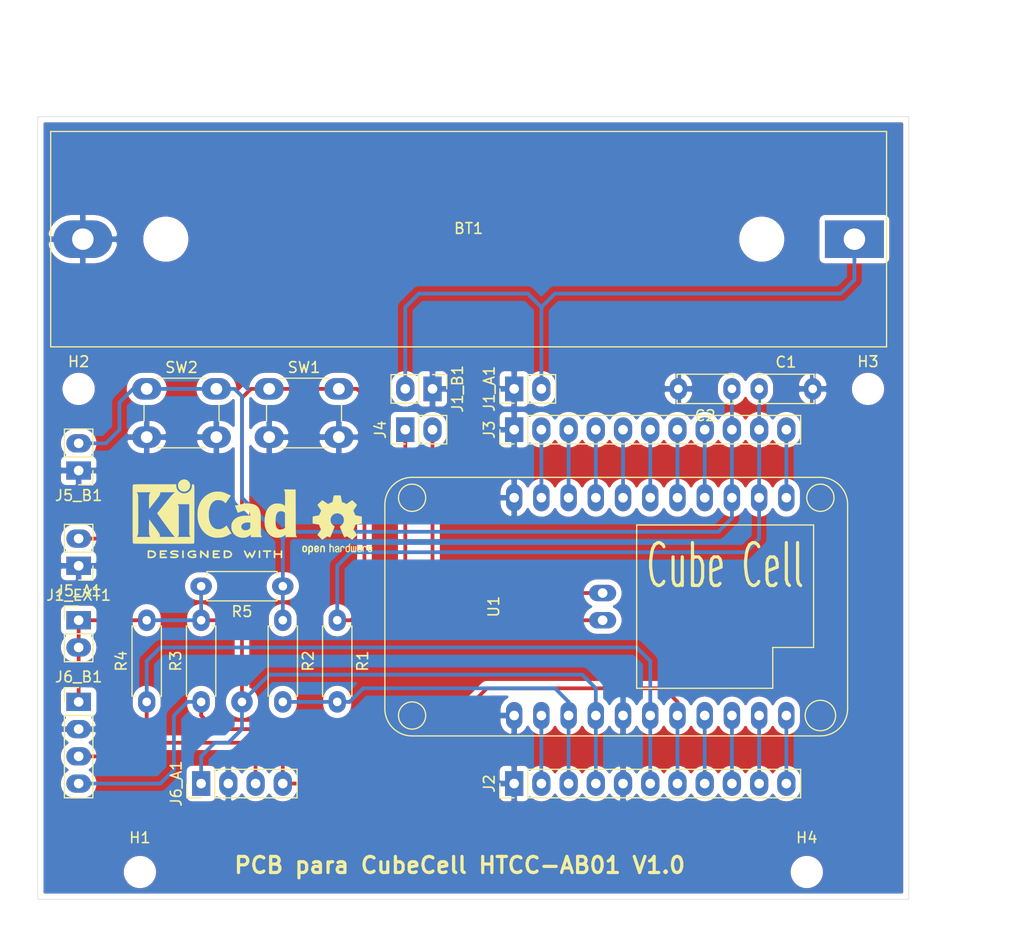
<source format=kicad_pcb>
(kicad_pcb (version 20211014) (generator pcbnew)
  (title_block (title "Placa Adaptadora para CubeCell Board HTCC-AB01 ") (date "2020-04-07") (rev "1.0"))
  (layers (0 "F.Cu" signal) (31 "B.Cu" signal) (34 "B.Paste" user) (35 "F.Paste" user) (36 "B.SilkS" user "B.Silkscreen") (37 "F.SilkS" user "F.Silkscreen") (38 "B.Mask" user) (39 "F.Mask" user) (44 "Edge.Cuts" user))
  (net 0 "")
  (net 1 "+BATT")
  (net 2 "GND")
  (net 3 "/GPIO1")
  (net 4 "Net-(J2-Pad11)")
  (net 5 "Net-(J2-Pad10)")
  (net 6 "Net-(J2-Pad9)")
  (net 7 "Net-(J2-Pad8)")
  (net 8 "/SDA")
  (net 9 "/SCL")
  (net 10 "/VEXT")
  (net 11 "+3V3")
  (net 12 "Net-(J2-Pad2)")
  (net 13 "Net-(J3-Pad2)")
  (net 14 "Net-(J3-Pad3)")
  (net 15 "Net-(J3-Pad4)")
  (net 16 "Net-(J3-Pad5)")
  (net 17 "Net-(J3-Pad6)")
  (net 18 "Net-(J3-Pad7)")
  (net 19 "Net-(J3-Pad8)")
  (net 20 "/GPIO2")
  (net 21 "Net-(J3-Pad11)")
  (net 22 "Net-(J4-Pad2)")
  (net 23 "Net-(J4-Pad1)")
  (footprint "Custom_lib:PinHeader_1x02_P2.54mm_Vertical_custom" (layer "F.Cu") (at 92.71 99.06 180)
    (fp_text reference "J5_B1" (at 0 -2.33) (layer "F.SilkS"))
    (fp_text value "INT2")
    (pad "1" thru_hole rect locked (at 0 0 180) (size 2.3 1.7) (drill 0.9) (layers *.Cu *.Mask) (net 2 "GND"))
    (pad "2" thru_hole oval locked (at 0 2.54 180) (size 2.3 1.7) (drill 0.9) (layers *.Cu *.Mask) (net 20 "/GPIO2"))
  )
  (footprint "Custom_lib:SW_PUSH_6mm_H5mm" (layer "F.Cu") (at 110.49 91.44)
    (fp_text reference "SW1" (at 3.25 -2) (layer "F.SilkS"))
    (fp_text value "SW_Push")
    (pad "1" thru_hole oval locked (at 6.5 0 90) (size 2 2.7) (drill 1.1) (layers *.Cu *.Mask) (net 3 "/GPIO1"))
    (pad "1" thru_hole oval locked (at 0 0 90) (size 2 2.7) (drill 1.1) (layers *.Cu *.Mask) (net 3 "/GPIO1"))
    (pad "2" thru_hole oval locked (at 6.5 4.5 90) (size 2 2.7) (drill 1.1) (layers *.Cu *.Mask) (net 2 "GND"))
    (pad "2" thru_hole oval locked (at 0 4.5 90) (size 2 2.7) (drill 1.1) (layers *.Cu *.Mask) (net 2 "GND"))
  )
  (footprint "Custom_lib:R_Axial_DIN0207_L6.3mm_D2.5mm_P7.62mm_Horizontal" (layer "F.Cu") (at 116.84 113.03 -90)
    (fp_text reference "R1" (at 3.81 -2.37 90) (layer "F.SilkS"))
    (fp_text value "10K")
    (pad "1" thru_hole oval locked (at 0 0 270) (size 2 1.6) (drill 0.8) (layers *.Cu *.Mask) (net 3 "/GPIO1"))
    (pad "2" thru_hole oval locked (at 7.62 0 270) (size 2 1.6) (drill 0.8) (layers *.Cu *.Mask) (net 11 "+3V3"))
  )
  (footprint "Custom_lib:C_Disc_D5.0mm_W2.5mm_P5.00mm" (layer "F.Cu") (at 153.67 91.44 180)
    (fp_text reference "C2" (at 2.5 -2.5) (layer "F.SilkS"))
    (fp_text value "1uF")
    (pad "1" thru_hole oval locked (at 0 0 180) (size 1.6 2) (drill 0.8) (layers *.Cu *.Mask) (net 20 "/GPIO2"))
    (pad "2" thru_hole oval locked (at 5 0 180) (size 1.6 2) (drill 0.8) (layers *.Cu *.Mask) (net 2 "GND"))
  )
  (footprint "Custom_lib:PinHeader_1x02_P2.54mm_Vertical_custom" (layer "F.Cu") (at 125.73 91.44 -90)
    (fp_text reference "J1_B1" (at 0 -2.33 90) (layer "F.SilkS"))
    (fp_text value "BAT_2")
    (pad "1" thru_hole rect locked (at 0 0 270) (size 2.3 1.7) (drill 0.9) (layers *.Cu *.Mask) (net 2 "GND"))
    (pad "2" thru_hole oval locked (at 0 2.54 270) (size 2.3 1.7) (drill 0.9) (layers *.Cu *.Mask) (net 1 "+BATT"))
  )
  (footprint "Custom_lib:C_Disc_D5.0mm_W2.5mm_P5.00mm" (layer "F.Cu") (at 156.21 91.44)
    (fp_text reference "C1" (at 2.5 -2.5) (layer "F.SilkS"))
    (fp_text value "1uF")
    (pad "1" thru_hole oval locked (at 0 0) (size 1.6 2) (drill 0.8) (layers *.Cu *.Mask) (net 3 "/GPIO1"))
    (pad "2" thru_hole oval locked (at 5 0) (size 1.6 2) (drill 0.8) (layers *.Cu *.Mask) (net 2 "GND"))
  )
  (footprint "Symbol:OSHW-Logo2_7.3x6mm_SilkScreen" (layer "F.Cu") (at 116.84 104.14)
    (fp_text reference "" hide)
    (fp_text value "" hide)
  )
  (footprint "Symbol:KiCad-Logo2_6mm_SilkScreen" (layer "F.Cu") (at 105.41 102.87)
    (fp_text reference "" hide)
    (fp_text value "" hide)
  )
  (footprint "MountingHole:MountingHole_2mm" (layer "F.Cu") (at 98.425 136.525)
    (fp_text reference "H1" (at 0 -3.2) (layer "F.SilkS"))
    (fp_text value "MountingHole_2mm")
    (pad "" np_thru_hole circle locked (at 0 0) (size 2 2) (drill 2) (layers *.Cu *.Mask))
  )
  (footprint "MountingHole:MountingHole_2mm" (layer "F.Cu") (at 160.655 136.525)
    (fp_text reference "H4" (at 0 -3.2) (layer "F.SilkS"))
    (fp_text value "MountingHole_2mm")
    (pad "" np_thru_hole circle locked (at 0 0) (size 2 2) (drill 2) (layers *.Cu *.Mask))
  )
  (footprint "MountingHole:MountingHole_2mm" (layer "F.Cu") (at 166.37 91.44)
    (fp_text reference "H3" (at 0 -2.54) (layer "F.SilkS"))
    (fp_text value "MountingHole_2mm")
    (pad "" np_thru_hole circle locked (at 0 0) (size 2 2) (drill 2) (layers *.Cu *.Mask))
  )
  (footprint "Custom_lib:PinHeader_1x02_P2.54mm_Vertical_custom" (layer "F.Cu") (at 92.71 107.95 180)
    (fp_text reference "J5_A1" (at 0 -2.33) (layer "F.SilkS"))
    (fp_text value "INT1")
    (pad "1" thru_hole rect locked (at 0 0 180) (size 2.3 1.7) (drill 0.9) (layers *.Cu *.Mask) (net 2 "GND"))
    (pad "2" thru_hole oval locked (at 0 2.54 180) (size 2.3 1.7) (drill 0.9) (layers *.Cu *.Mask) (net 3 "/GPIO1"))
  )
  (footprint "MountingHole:MountingHole_2mm" (layer "F.Cu") (at 92.71 91.44)
    (fp_text reference "H2" (at 0 -2.54) (layer "F.SilkS"))
    (fp_text value "MountingHole_2mm")
    (pad "" np_thru_hole circle locked (at 0 0) (size 2 2) (drill 2) (layers *.Cu *.Mask))
  )
  (footprint "Custom_lib:SW_PUSH_6mm_H5mm" (layer "F.Cu") (at 99.06 91.44)
    (fp_text reference "SW2" (at 3.25 -2) (layer "F.SilkS"))
    (fp_text value "SW_Push")
    (pad "1" thru_hole oval locked (at 6.5 0 90) (size 2 2.7) (drill 1.1) (layers *.Cu *.Mask) (net 20 "/GPIO2"))
    (pad "1" thru_hole oval locked (at 0 0 90) (size 2 2.7) (drill 1.1) (layers *.Cu *.Mask) (net 20 "/GPIO2"))
    (pad "2" thru_hole oval locked (at 0 4.5 90) (size 2 2.7) (drill 1.1) (layers *.Cu *.Mask) (net 2 "GND"))
    (pad "2" thru_hole oval locked (at 6.5 4.5 90) (size 2 2.7) (drill 1.1) (layers *.Cu *.Mask) (net 2 "GND"))
  )
  (footprint "Custom_lib:R_Axial_DIN0207_L6.3mm_D2.5mm_P7.62mm_Horizontal" (layer "F.Cu") (at 111.76 113.03 -90)
    (fp_text reference "R2" (at 3.81 -2.37 90) (layer "F.SilkS"))
    (fp_text value "10K")
    (pad "1" thru_hole oval locked (at 0 0 270) (size 2 1.6) (drill 0.8) (layers *.Cu *.Mask) (net 20 "/GPIO2"))
    (pad "2" thru_hole oval locked (at 7.62 0 270) (size 2 1.6) (drill 0.8) (layers *.Cu *.Mask) (net 11 "+3V3"))
  )
  (footprint "Custom_lib:PinHeader_1x02_P2.54mm_Vertical_custom" (layer "F.Cu") (at 123.19 95.25 90)
    (fp_text reference "J4" (at 0 -2.33 90) (layer "F.SilkS"))
    (fp_text value "CONECTOR_C")
    (pad "1" thru_hole rect locked (at 0 0 90) (size 2.3 1.7) (drill 0.9) (layers *.Cu *.Mask) (net 23 "Net-(J4-Pad1)"))
    (pad "2" thru_hole oval locked (at 0 2.54 90) (size 2.3 1.7) (drill 0.9) (layers *.Cu *.Mask) (net 22 "Net-(J4-Pad2)"))
  )
  (footprint "Custom_lib:PinHeader_1x11_P2.54mm_Vertical" (layer "F.Cu") (at 133.35 95.25 90)
    (fp_text reference "J3" (at 0 -2.33 90) (layer "F.SilkS"))
    (fp_text value "CONECTOR_B")
    (pad "1" thru_hole rect locked (at 0 0 90) (size 2.3 1.7) (drill 0.9) (layers *.Cu *.Mask) (net 2 "GND"))
    (pad "2" thru_hole oval locked (at 0 2.54 90) (size 2.3 1.7) (drill 0.9) (layers *.Cu *.Mask) (net 13 "Net-(J3-Pad2)"))
    (pad "3" thru_hole oval locked (at 0 5.08 90) (size 2.3 1.7) (drill 0.9) (layers *.Cu *.Mask) (net 14 "Net-(J3-Pad3)"))
    (pad "4" thru_hole oval locked (at 0 7.62 90) (size 2.3 1.7) (drill 0.9) (layers *.Cu *.Mask) (net 15 "Net-(J3-Pad4)"))
    (pad "5" thru_hole oval locked (at 0 10.16 90) (size 2.3 1.7) (drill 0.9) (layers *.Cu *.Mask) (net 16 "Net-(J3-Pad5)"))
    (pad "6" thru_hole oval locked (at 0 12.7 90) (size 2.3 1.7) (drill 0.9) (layers *.Cu *.Mask) (net 17 "Net-(J3-Pad6)"))
    (pad "7" thru_hole oval locked (at 0 15.24 90) (size 2.3 1.7) (drill 0.9) (layers *.Cu *.Mask) (net 18 "Net-(J3-Pad7)"))
    (pad "8" thru_hole oval locked (at 0 17.78 90) (size 2.3 1.7) (drill 0.9) (layers *.Cu *.Mask) (net 19 "Net-(J3-Pad8)"))
    (pad "9" thru_hole oval locked (at 0 20.32 90) (size 2.3 1.7) (drill 0.9) (layers *.Cu *.Mask) (net 20 "/GPIO2"))
    (pad "10" thru_hole oval locked (at 0 22.86 90) (size 2.3 1.7) (drill 0.9) (layers *.Cu *.Mask) (net 3 "/GPIO1"))
    (pad "11" thru_hole oval locked (at 0 25.4 90) (size 2.3 1.7) (drill 0.9) (layers *.Cu *.Mask) (net 21 "Net-(J3-Pad11)"))
  )
  (footprint "Custom_lib:PinHeader_1x11_P2.54mm_Vertical" (layer "F.Cu") (at 133.35 128.27 90)
    (fp_text reference "J2" (at 0 -2.33 90) (layer "F.SilkS"))
    (fp_text value "CONECTOR_A")
    (pad "1" thru_hole rect locked (at 0 0 90) (size 2.3 1.7) (drill 0.9) (layers *.Cu *.Mask) (net 2 "GND"))
    (pad "2" thru_hole oval locked (at 0 2.54 90) (size 2.3 1.7) (drill 0.9) (layers *.Cu *.Mask) (net 12 "Net-(J2-Pad2)"))
    (pad "3" thru_hole oval locked (at 0 5.08 90) (size 2.3 1.7) (drill 0.9) (layers *.Cu *.Mask) (net 11 "+3V3"))
    (pad "4" thru_hole oval locked (at 0 7.62 90) (size 2.3 1.7) (drill 0.9) (layers *.Cu *.Mask) (net 10 "/VEXT"))
    (pad "5" thru_hole oval locked (at 0 10.16 90) (size 2.3 1.7) (drill 0.9) (layers *.Cu *.Mask) (net 2 "GND"))
    (pad "6" thru_hole oval locked (at 0 12.7 90) (size 2.3 1.7) (drill 0.9) (layers *.Cu *.Mask) (net 9 "/SCL"))
    (pad "7" thru_hole oval locked (at 0 15.24 90) (size 2.3 1.7) (drill 0.9) (layers *.Cu *.Mask) (net 8 "/SDA"))
    (pad "8" thru_hole oval locked (at 0 17.78 90) (size 2.3 1.7) (drill 0.9) (layers *.Cu *.Mask) (net 7 "Net-(J2-Pad8)"))
    (pad "9" thru_hole oval locked (at 0 20.32 90) (size 2.3 1.7) (drill 0.9) (layers *.Cu *.Mask) (net 6 "Net-(J2-Pad9)"))
    (pad "10" thru_hole oval locked (at 0 22.86 90) (size 2.3 1.7) (drill 0.9) (layers *.Cu *.Mask) (net 5 "Net-(J2-Pad10)"))
    (pad "11" thru_hole oval locked (at 0 25.4 90) (size 2.3 1.7) (drill 0.9) (layers *.Cu *.Mask) (net 4 "Net-(J2-Pad11)"))
  )
  (footprint "Custom_lib:PinHeader_1x02_P2.54mm_Vertical_custom" (layer "F.Cu") (at 133.35 91.44 90)
    (fp_text reference "J1_A1" (at 0 -2.33 90) (layer "F.SilkS"))
    (fp_text value "BAT_1")
    (pad "1" thru_hole rect locked (at 0 0 90) (size 2.3 1.7) (drill 0.9) (layers *.Cu *.Mask) (net 2 "GND"))
    (pad "2" thru_hole oval locked (at 0 2.54 90) (size 2.3 1.7) (drill 0.9) (layers *.Cu *.Mask) (net 1 "+BATT"))
  )
  (footprint "Custom_lib:R_Axial_DIN0207_L6.3mm_D2.5mm_P7.62mm_Horizontal" (layer "F.Cu") (at 99.06 120.65 90)
    (fp_text reference "R4" (at 3.81 -2.37 90) (layer "F.SilkS"))
    (fp_text value "10K")
    (pad "1" thru_hole oval locked (at 0 0 90) (size 2 1.6) (drill 0.8) (layers *.Cu *.Mask) (net 9 "/SCL"))
    (pad "2" thru_hole oval locked (at 7.62 0 90) (size 2 1.6) (drill 0.8) (layers *.Cu *.Mask) (net 10 "/VEXT"))
  )
  (footprint "Custom_lib:R_Axial_DIN0207_L6.3mm_D2.5mm_P7.62mm_Horizontal" (layer "F.Cu") (at 104.14 120.65 90)
    (fp_text reference "R3" (at 3.81 -2.37 90) (layer "F.SilkS"))
    (fp_text value "10K")
    (pad "1" thru_hole oval locked (at 0 0 90) (size 2 1.6) (drill 0.8) (layers *.Cu *.Mask) (net 8 "/SDA"))
    (pad "2" thru_hole oval locked (at 7.62 0 90) (size 2 1.6) (drill 0.8) (layers *.Cu *.Mask) (net 10 "/VEXT"))
  )
  (footprint "Custom_lib:CubeCell_HTCC-AB01" (layer "F.Cu") (at 146.05 111.76 90)
    (fp_text reference "U1" (at 0 -14.605 90) (layer "F.SilkS"))
    (fp_text value "CUBECELL_HTCC-AB01")
    (fp_text user "Cube Cell" (at 3.81 6.985 180) (layer "F.SilkS") (effects (font (size 4 2) (thickness 0.3))))
    (pad "1" thru_hole oval locked (at -10.16 -12.7 90) (size 2.524 1.524) (drill 0.9) (layers *.Cu *.Mask) (net 2 "GND"))
    (pad "2" thru_hole oval locked (at -10.16 -10.16 90) (size 2.524 1.524) (drill 0.9) (layers *.Cu *.Mask) (net 12 "Net-(J2-Pad2)"))
    (pad "3" thru_hole oval locked (at -10.16 -7.62 90) (size 2.524 1.524) (drill 0.9) (layers *.Cu *.Mask) (net 11 "+3V3"))
    (pad "4" thru_hole oval locked (at -10.16 -5.08 90) (size 2.524 1.524) (drill 0.9) (layers *.Cu *.Mask) (net 10 "/VEXT"))
    (pad "5" thru_hole oval locked (at -10.16 -2.54 90) (size 2.524 1.524) (drill 0.9) (layers *.Cu *.Mask) (net 2 "GND"))
    (pad "6" thru_hole oval locked (at -10.16 0 90) (size 2.524 1.524) (drill 0.9) (layers *.Cu *.Mask) (net 9 "/SCL"))
    (pad "7" thru_hole oval locked (at -10.16 2.54 90) (size 2.524 1.524) (drill 0.9) (layers *.Cu *.Mask) (net 8 "/SDA"))
    (pad "8" thru_hole oval locked (at -10.16 5.08 90) (size 2.524 1.524) (drill 0.9) (layers *.Cu *.Mask) (net 7 "Net-(J2-Pad8)"))
    (pad "9" thru_hole oval locked (at -10.16 7.62 90) (size 2.524 1.524) (drill 0.9) (layers *.Cu *.Mask) (net 6 "Net-(J2-Pad9)"))
    (pad "10" thru_hole oval locked (at -10.16 10.16 90) (size 2.524 1.524) (drill 0.9) (layers *.Cu *.Mask) (net 5 "Net-(J2-Pad10)"))
    (pad "11" thru_hole oval locked (at -10.16 12.7 90) (size 2.524 1.524) (drill 0.9) (layers *.Cu *.Mask) (net 4 "Net-(J2-Pad11)"))
    (pad "12" thru_hole oval locked (at 10.16 12.7 90) (size 2.524 1.524) (drill 0.9) (layers *.Cu *.Mask) (net 21 "Net-(J3-Pad11)"))
    (pad "13" thru_hole oval locked (at 10.16 10.16 90) (size 2.524 1.524) (drill 0.9) (layers *.Cu *.Mask) (net 3 "/GPIO1"))
    (pad "14" thru_hole oval locked (at 10.16 7.62 90) (size 2.524 1.524) (drill 0.9) (layers *.Cu *.Mask) (net 20 "/GPIO2"))
    (pad "15" thru_hole oval locked (at 10.16 5.08 90) (size 2.524 1.524) (drill 0.9) (layers *.Cu *.Mask) (net 19 "Net-(J3-Pad8)"))
    (pad "16" thru_hole oval locked (at 10.16 2.54 90) (size 2.524 1.524) (drill 0.9) (layers *.Cu *.Mask) (net 18 "Net-(J3-Pad7)"))
    (pad "17" thru_hole oval locked (at 10.16 0 90) (size 2.524 1.524) (drill 0.9) (layers *.Cu *.Mask) (net 17 "Net-(J3-Pad6)"))
    (pad "18" thru_hole oval locked (at 10.16 -2.54 90) (size 2.524 1.524) (drill 0.9) (layers *.Cu *.Mask) (net 16 "Net-(J3-Pad5)"))
    (pad "19" thru_hole oval locked (at 10.16 -5.08 90) (size 2.524 1.524) (drill 0.9) (layers *.Cu *.Mask) (net 15 "Net-(J3-Pad4)"))
    (pad "20" thru_hole oval locked (at 10.16 -7.62 90) (size 2.524 1.524) (drill 0.9) (layers *.Cu *.Mask) (net 14 "Net-(J3-Pad3)"))
    (pad "21" thru_hole oval locked (at 10.16 -10.16 90) (size 2.524 1.524) (drill 0.9) (layers *.Cu *.Mask) (net 13 "Net-(J3-Pad2)"))
    (pad "22" thru_hole oval locked (at 10.16 -12.7 90) (size 2.524 1.524) (drill 0.9) (layers *.Cu *.Mask) (net 2 "GND"))
    (pad "23" thru_hole oval locked (at -1.27 -4.445 90) (size 1.524 2.524) (drill 0.9) (layers *.Cu *.Mask) (net 23 "Net-(J4-Pad1)"))
    (pad "24" thru_hole oval locked (at 1.27 -4.445 90) (size 1.524 2.524) (drill 0.9) (layers *.Cu *.Mask) (net 22 "Net-(J4-Pad2)"))
  )
  (footprint "Custom_lib:BatteryHolder_MPD_BH-18650-PC2" (layer "F.Cu") (at 165.1 77.47 180)
    (fp_text reference "BT1" (at 36 1) (layer "F.SilkS"))
    (fp_text value "Battery_Cell")
    (pad "" np_thru_hole circle locked (at 8.645 0 180) (size 3.2 3.2) (drill 3.2) (layers *.Cu *.Mask))
    (pad "" np_thru_hole circle locked (at 64.255 0 180) (size 3.2 3.2) (drill 3.2) (layers *.Cu *.Mask))
    (pad "1" thru_hole rect locked (at 0 0 180) (size 5.5 3.5) (drill 2) (layers *.Cu *.Mask) (net 1 "+BATT"))
    (pad "2" thru_hole oval locked (at 72 0 180) (size 5.5 3.5) (drill 2) (layers *.Cu *.Mask) (net 2 "GND"))
  )
  (footprint "Custom_lib:R_Axial_DIN0207_L6.3mm_D2.5mm_P7.62mm_Horizontal" (layer "F.Cu") (at 111.76 109.855 180)
    (fp_text reference "R5" (at 3.81 -2.37) (layer "F.SilkS"))
    (fp_text value "4K7")
    (pad "1" thru_hole oval locked (at 0 0 180) (size 2 1.6) (drill 0.8) (layers *.Cu *.Mask) (net 20 "/GPIO2"))
    (pad "2" thru_hole oval locked (at 7.62 0 180) (size 2 1.6) (drill 0.8) (layers *.Cu *.Mask) (net 10 "/VEXT"))
  )
  (footprint "Custom_lib:PinHeader_1x04_P2.54mm_Vertical" (layer "F.Cu") (at 92.71 120.65)
    (fp_text reference "J6_B1" (at 0 -2.33) (layer "F.SilkS"))
    (fp_text value "I2C_B")
    (pad "1" thru_hole rect locked (at 0 0) (size 2.3 1.7) (drill 0.9) (layers *.Cu *.Mask) (net 10 "/VEXT"))
    (pad "2" thru_hole oval locked (at 0 2.54) (size 2.3 1.7) (drill 0.9) (layers *.Cu *.Mask) (net 2 "GND"))
    (pad "3" thru_hole oval locked (at 0 5.08) (size 2.3 1.7) (drill 0.9) (layers *.Cu *.Mask) (net 9 "/SCL"))
    (pad "4" thru_hole oval locked (at 0 7.62) (size 2.3 1.7) (drill 0.9) (layers *.Cu *.Mask) (net 8 "/SDA"))
  )
  (footprint "Custom_lib:PinHeader_1x02_P2.54mm_Vertical_custom" (layer "F.Cu") (at 92.71 113.03)
    (fp_text reference "J1_EXT1" (at 0 -2.33) (layer "F.SilkS"))
    (fp_text value "EXT_1")
    (pad "1" thru_hole rect locked (at 0 0) (size 2.3 1.7) (drill 0.9) (layers *.Cu *.Mask) (net 10 "/VEXT"))
    (pad "2" thru_hole oval locked (at 0 2.54) (size 2.3 1.7) (drill 0.9) (layers *.Cu *.Mask) (net 10 "/VEXT"))
  )
  (footprint "Custom_lib:PinHeader_1x04_P2.54mm_Vertical" (layer "F.Cu") (at 104.14 128.27 90)
    (fp_text reference "J6_A1" (at 0 -2.33 90) (layer "F.SilkS"))
    (fp_text value "I2C_A")
    (pad "1" thru_hole rect locked (at 0 0 90) (size 2.3 1.7) (drill 0.9) (layers *.Cu *.Mask) (net 10 "/VEXT"))
    (pad "2" thru_hole oval locked (at 0 2.54 90) (size 2.3 1.7) (drill 0.9) (layers *.Cu *.Mask) (net 2 "GND"))
    (pad "3" thru_hole oval locked (at 0 5.08 90) (size 2.3 1.7) (drill 0.9) (layers *.Cu *.Mask) (net 9 "/SCL"))
    (pad "4" thru_hole oval locked (at 0 7.62 90) (size 2.3 1.7) (drill 0.9) (layers *.Cu *.Mask) (net 8 "/SDA"))
  )
  (gr_line (start 88.9 139.065) (end 88.9 66.04) (layer "Edge.Cuts") (width 0.05))
  (gr_line (start 170.18 66.04) (end 170.18 139.065) (layer "Edge.Cuts") (width 0.05))
  (gr_line (start 88.9 66.04) (end 170.18 66.04) (layer "Edge.Cuts") (width 0.05))
  (gr_line (start 170.18 139.065) (end 88.9 139.065) (layer "Edge.Cuts") (width 0.05))
  (gr_text "PCB para CubeCell HTCC-AB01 V1.0\n" (at 128.27 135.89) (layer "F.SilkS") (effects (font (size 1.5 1.5) (thickness 0.3))))
  (segment (start 123.19 83.82) (end 124.46 82.55) (width 0.35) (layer "B.Cu") (net 1))
  (segment (start 124.46 82.55) (end 134.62 82.55) (width 0.35) (layer "B.Cu") (net 1))
  (segment (start 165.1 81.28) (end 165.1 77.47) (width 0.35) (layer "B.Cu") (net 1))
  (segment (start 137.16 82.55) (end 163.83 82.55) (width 0.35) (layer "B.Cu") (net 1))
  (segment (start 163.83 82.55) (end 165.1 81.28) (width 0.35) (layer "B.Cu") (net 1))
  (segment (start 135.89 91.44) (end 135.89 83.82) (width 0.35) (layer "B.Cu") (net 1))
  (segment (start 135.89 83.82) (end 137.16 82.55) (width 0.35) (layer "B.Cu") (net 1))
  (segment (start 134.62 82.55) (end 135.89 83.82) (width 0.35) (layer "B.Cu") (net 1))
  (segment (start 123.19 91.44) (end 123.19 83.82) (width 0.35) (layer "B.Cu") (net 1))
  (segment (start 109.22 107.95) (end 110.49 106.68) (width 0.35) (layer "F.Cu") (net 2))
  (segment (start 92.71 107.95) (end 109.22 107.95) (width 0.35) (layer "F.Cu") (net 2))
  (segment (start 110.49 106.68) (end 110.49 95.94) (width 0.35) (layer "F.Cu") (net 2))
  (segment (start 133.35 95.25) (end 133.35 91.44) (width 0.35) (layer "B.Cu") (net 2))
  (segment (start 143.51 121.92) (end 143.51 128.27) (width 0.35) (layer "B.Cu") (net 2))
  (segment (start 97.79 99.06) (end 99.06 97.79) (width 0.35) (layer "B.Cu") (net 2))
  (segment (start 133.35 95.25) (end 133.35 101.6) (width 0.35) (layer "B.Cu") (net 2))
  (segment (start 105.56 95.94) (end 99.06 95.94) (width 0.35) (layer "B.Cu") (net 2))
  (segment (start 99.06 97.79) (end 99.06 95.94) (width 0.35) (layer "B.Cu") (net 2))
  (segment (start 133.35 121.92) (end 133.35 128.27) (width 0.35) (layer "B.Cu") (net 2))
  (segment (start 116.99 95.94) (end 110.49 95.94) (width 0.35) (layer "B.Cu") (net 2))
  (segment (start 133.35 91.44) (end 125.73 91.44) (width 0.35) (layer "B.Cu") (net 2))
  (segment (start 92.71 99.06) (end 97.79 99.06) (width 0.35) (layer "B.Cu") (net 2))
  (segment (start 106.68 105.41) (end 92.71 105.41) (width 0.35) (layer "F.Cu") (net 3))
  (segment (start 116.99 91.44) (end 110.49 91.44) (width 0.35) (layer "F.Cu") (net 3))
  (segment (start 116.99 91.44) (end 118.69 91.44) (width 0.35) (layer "F.Cu") (net 3))
  (segment (start 118.69 91.44) (end 119.38 92.13) (width 0.35) (layer "F.Cu") (net 3))
  (segment (start 107.95 92.28) (end 107.95 104.14) (width 0.35) (layer "F.Cu") (net 3))
  (segment (start 119.38 92.13) (end 119.38 111.76) (width 0.35) (layer "F.Cu") (net 3))
  (segment (start 107.95 104.14) (end 106.68 105.41) (width 0.35) (layer "F.Cu") (net 3))
  (segment (start 108.79 91.44) (end 107.95 92.28) (width 0.35) (layer "F.Cu") (net 3))
  (segment (start 118.11 113.03) (end 116.84 113.03) (width 0.35) (layer "F.Cu") (net 3))
  (segment (start 110.49 91.44) (end 108.79 91.44) (width 0.35) (layer "F.Cu") (net 3))
  (segment (start 119.38 111.76) (end 118.11 113.03) (width 0.35) (layer "F.Cu") (net 3))
  (segment (start 156.21 95.25) (end 156.21 105.41) (width 0.35) (layer "B.Cu") (net 3))
  (segment (start 154.94 106.68) (end 118.11 106.68) (width 0.35) (layer "B.Cu") (net 3))
  (segment (start 118.11 106.68) (end 116.84 107.95) (width 0.35) (layer "B.Cu") (net 3))
  (segment (start 156.21 105.41) (end 154.94 106.68) (width 0.35) (layer "B.Cu") (net 3))
  (segment (start 116.84 107.95) (end 116.84 113.03) (width 0.35) (layer "B.Cu") (net 3))
  (segment (start 156.21 91.44) (end 156.21 95.25) (width 0.35) (layer "B.Cu") (net 3))
  (segment (start 158.75 121.92) (end 158.75 128.27) (width 0.35) (layer "B.Cu") (net 4))
  (segment (start 156.21 121.92) (end 156.21 128.27) (width 0.35) (layer "B.Cu") (net 5))
  (segment (start 153.67 121.92) (end 153.67 128.27) (width 0.35) (layer "B.Cu") (net 6))
  (segment (start 151.13 121.92) (end 151.13 128.27) (width 0.35) (layer "B.Cu") (net 7))
  (segment (start 128.27 128.27) (end 111.76 128.27) (width 0.35) (layer "F.Cu") (net 8))
  (segment (start 147.32 119.38) (end 130.81 119.38) (width 0.35) (layer "F.Cu") (net 8))
  (segment (start 129.54 127) (end 128.27 128.27) (width 0.35) (layer "F.Cu") (net 8))
  (segment (start 130.81 119.38) (end 129.54 120.65) (width 0.35) (layer "F.Cu") (net 8))
  (segment (start 104.14 121.92) (end 104.14 120.65) (width 0.35) (layer "F.Cu") (net 8))
  (segment (start 148.59 121.92) (end 148.59 120.65) (width 0.35) (layer "F.Cu") (net 8))
  (segment (start 105.41 123.19) (end 104.14 121.92) (width 0.35) (layer "F.Cu") (net 8))
  (segment (start 148.59 120.65) (end 147.32 119.38) (width 0.35) (layer "F.Cu") (net 8))
  (segment (start 110.49 123.19) (end 105.41 123.19) (width 0.35) (layer "F.Cu") (net 8))
  (segment (start 111.76 128.27) (end 111.76 124.46) (width 0.35) (layer "F.Cu") (net 8))
  (segment (start 129.54 120.65) (end 129.54 127) (width 0.35) (layer "F.Cu") (net 8))
  (segment (start 111.76 124.46) (end 110.49 123.19) (width 0.35) (layer "F.Cu") (net 8))
  (segment (start 100.33 128.27) (end 101.6 127) (width 0.35) (layer "B.Cu") (net 8))
  (segment (start 92.71 128.27) (end 100.33 128.27) (width 0.35) (layer "B.Cu") (net 8))
  (segment (start 101.6 121.92) (end 102.87 120.65) (width 0.35) (layer "B.Cu") (net 8))
  (segment (start 101.6 127) (end 101.6 121.92) (width 0.35) (layer "B.Cu") (net 8))
  (segment (start 148.59 128.27) (end 148.59 121.92) (width 0.35) (layer "B.Cu") (net 8))
  (segment (start 102.87 120.65) (end 104.14 120.65) (width 0.35) (layer "B.Cu") (net 8))
  (segment (start 109.22 128.27) (end 109.22 125.73) (width 0.35) (layer "F.Cu") (net 9))
  (segment (start 107.95 124.46) (end 100.33 124.46) (width 0.35) (layer "F.Cu") (net 9))
  (segment (start 99.06 123.19) (end 96.52 125.73) (width 0.35) (layer "F.Cu") (net 9))
  (segment (start 100.33 124.46) (end 99.06 123.19) (width 0.35) (layer "F.Cu") (net 9))
  (segment (start 96.52 125.73) (end 92.71 125.73) (width 0.35) (layer "F.Cu") (net 9))
  (segment (start 109.22 125.73) (end 107.95 124.46) (width 0.35) (layer "F.Cu") (net 9))
  (segment (start 99.06 123.19) (end 99.06 120.65) (width 0.35) (layer "F.Cu") (net 9))
  (segment (start 100.33 115.57) (end 99.06 116.84) (width 0.35) (layer "B.Cu") (net 9))
  (segment (start 99.06 116.84) (end 99.06 120.65) (width 0.35) (layer "B.Cu") (net 9))
  (segment (start 144.78 115.57) (end 100.33 115.57) (width 0.35) (layer "B.Cu") (net 9))
  (segment (start 99.06 120.45) (end 99.06 120.65) (width 0.35) (layer "B.Cu") (net 9))
  (segment (start 146.05 116.84) (end 144.78 115.57) (width 0.35) (layer "B.Cu") (net 9))
  (segment (start 146.05 128.27) (end 146.05 116.84) (width 0.35) (layer "B.Cu") (net 9))
  (segment (start 107.95 114.3) (end 107.95 120.65) (width 0.35) (layer "F.Cu") (net 10))
  (segment (start 106.68 113.03) (end 107.95 114.3) (width 0.35) (layer "F.Cu") (net 10))
  (segment (start 92.71 113.03) (end 99.06 113.03) (width 0.35) (layer "F.Cu") (net 10))
  (segment (start 92.71 120.65) (end 92.71 115.57) (width 0.35) (layer "F.Cu") (net 10))
  (segment (start 92.71 115.57) (end 92.71 113.03) (width 0.35) (layer "F.Cu") (net 10))
  (segment (start 104.14 113.03) (end 106.68 113.03) (width 0.35) (layer "F.Cu") (net 10))
  (via (at 107.95 120.65) (size 2) (drill 0.8) (layers "F.Cu" "B.Cu") (net 10))
  (segment (start 107.95 120.65) (end 107.95 120.65) (width 0.35) (layer "B.Cu") (net 10))
  (segment (start 105.41 124.46) (end 104.14 125.73) (width 0.35) (layer "B.Cu") (net 10))
  (segment (start 106.68 124.46) (end 105.41 124.46) (width 0.35) (layer "B.Cu") (net 10))
  (segment (start 140.97 128.27) (end 140.97 119.38) (width 0.35) (layer "B.Cu") (net 10))
  (segment (start 104.14 125.73) (end 104.14 128.27) (width 0.35) (layer "B.Cu") (net 10))
  (segment (start 110.49 118.11) (end 109.22 119.38) (width 0.35) (layer "B.Cu") (net 10))
  (segment (start 104.14 109.855) (end 104.14 113.03) (width 0.35) (layer "B.Cu") (net 10))
  (segment (start 140.97 119.38) (end 139.7 118.11) (width 0.35) (layer "B.Cu") (net 10))
  (segment (start 99.06 113.03) (end 104.14 113.03) (width 0.35) (layer "B.Cu") (net 10))
  (segment (start 107.95 120.65) (end 107.95 123.19) (width 0.35) (layer "B.Cu") (net 10))
  (segment (start 139.7 118.11) (end 110.49 118.11) (width 0.35) (layer "B.Cu") (net 10))
  (segment (start 109.22 119.38) (end 107.95 120.65) (width 0.35) (layer "B.Cu") (net 10))
  (segment (start 107.95 123.19) (end 106.68 124.46) (width 0.35) (layer "B.Cu") (net 10))
  (segment (start 137.16 119.38) (end 119.26 119.38) (width 0.35) (layer "B.Cu") (net 11))
  (segment (start 138.43 121.92) (end 138.43 120.65) (width 0.35) (layer "B.Cu") (net 11))
  (segment (start 119.26 119.38) (end 117.99 120.65) (width 0.35) (layer "B.Cu") (net 11))
  (segment (start 116.84 120.65) (end 111.76 120.65) (width 0.35) (layer "B.Cu") (net 11))
  (segment (start 138.43 121.92) (end 138.43 128.27) (width 0.35) (layer "B.Cu") (net 11))
  (segment (start 138.43 120.65) (end 137.16 119.38) (width 0.35) (layer "B.Cu") (net 11))
  (segment (start 117.99 120.65) (end 116.84 120.65) (width 0.35) (layer "B.Cu") (net 11))
  (segment (start 135.89 121.92) (end 135.89 128.27) (width 0.35) (layer "B.Cu") (net 12))
  (segment (start 135.89 101.6) (end 135.89 95.25) (width 0.35) (layer "B.Cu") (net 13))
  (segment (start 138.43 101.6) (end 138.43 95.25) (width 0.35) (layer "B.Cu") (net 14))
  (segment (start 140.97 101.6) (end 140.97 95.25) (width 0.35) (layer "B.Cu") (net 15))
  (segment (start 143.51 101.6) (end 143.51 95.25) (width 0.35) (layer "B.Cu") (net 16))
  (segment (start 146.05 101.6) (end 146.05 95.25) (width 0.35) (layer "B.Cu") (net 17))
  (segment (start 148.59 101.6) (end 148.59 95.25) (width 0.35) (layer "B.Cu") (net 18))
  (segment (start 151.13 101.6) (end 151.13 95.25) (width 0.35) (layer "B.Cu") (net 19))
  (segment (start 92.71 96.52) (end 95.25 96.52) (width 0.35) (layer "B.Cu") (net 20))
  (segment (start 111.76 105.41) (end 112.395 104.775) (width 0.35) (layer "B.Cu") (net 20))
  (segment (start 107.95 101.6) (end 111.76 105.41) (width 0.35) (layer "B.Cu") (net 20))
  (segment (start 153.67 103.505) (end 153.67 101.6) (width 0.35) (layer "B.Cu") (net 20))
  (segment (start 97.79 91.44) (end 99.06 91.44) (width 0.35) (layer "B.Cu") (net 20))
  (segment (start 96.52 92.71) (end 97.79 91.44) (width 0.35) (layer "B.Cu") (net 20))
  (segment (start 105.56 91.44) (end 107.26 91.44) (width 0.35) (layer "B.Cu") (net 20))
  (segment (start 107.26 91.44) (end 107.95 92.13) (width 0.35) (layer "B.Cu") (net 20))
  (segment (start 112.395 104.775) (end 152.4 104.775) (width 0.35) (layer "B.Cu") (net 20))
  (segment (start 96.52 95.25) (end 96.52 92.71) (width 0.35) (layer "B.Cu") (net 20))
  (segment (start 152.4 104.775) (end 153.67 103.505) (width 0.35) (layer "B.Cu") (net 20))
  (segment (start 99.06 91.44) (end 105.56 91.44) (width 0.35) (layer "B.Cu") (net 20))
  (segment (start 95.25 96.52) (end 96.52 95.25) (width 0.35) (layer "B.Cu") (net 20))
  (segment (start 153.67 91.44) (end 153.67 95.25) (width 0.35) (layer "B.Cu") (net 20))
  (segment (start 153.67 101.6) (end 153.67 95.25) (width 0.35) (layer "B.Cu") (net 20))
  (segment (start 107.95 92.13) (end 107.95 101.6) (width 0.35) (layer "B.Cu") (net 20))
  (segment (start 111.76 113.03) (end 111.76 105.41) (width 0.35) (layer "B.Cu") (net 20))
  (segment (start 158.75 101.6) (end 158.75 95.25) (width 0.35) (layer "B.Cu") (net 21))
  (segment (start 125.73 109.22) (end 127 110.49) (width 0.35) (layer "F.Cu") (net 22))
  (segment (start 125.73 95.25) (end 125.73 109.22) (width 0.35) (layer "F.Cu") (net 22))
  (segment (start 127 110.49) (end 141.605 110.49) (width 0.35) (layer "F.Cu") (net 22))
  (segment (start 124.46 113.03) (end 141.605 113.03) (width 0.35) (layer "F.Cu") (net 23))
  (segment (start 123.19 95.25) (end 123.19 111.76) (width 0.35) (layer "F.Cu") (net 23))
  (segment (start 123.19 111.76) (end 124.46 113.03) (width 0.35) (layer "F.Cu") (net 23))
  (zone (net 2) (net_name "GND") (layer "F.Cu") (connect_pads (clearance 0.508)) (min_thickness 0.254) (fill yes (thermal_gap 0.508) (thermal_bridge_width 0.508))
    (polygon (pts (xy 170.18 139.065) (xy 88.9 139.065) (xy 88.9 66.04) (xy 170.18 66.04)))
  )
  (zone (net 2) (net_name "GND") (layer "B.Cu") (connect_pads (clearance 0.508)) (min_thickness 0.254) (fill yes (thermal_gap 0.508) (thermal_bridge_width 0.508))
    (polygon (pts (xy 170.18 139.065) (xy 88.9 139.065) (xy 88.9 66.04) (xy 170.18 66.04)))
  )
)
</source>
